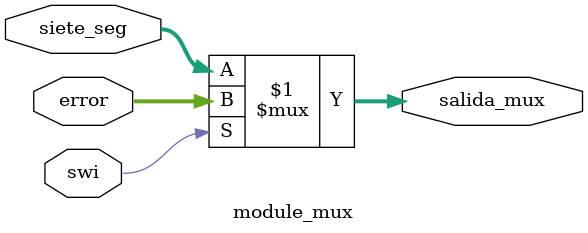
<source format=sv>
module module_mux(
    input logic [6:0] siete_seg,
    input logic [6:0] error,
    input logic swi,
    output logic [6:0] salida_mux
);

assign salida_mux = swi ? error : siete_seg; // Selección entre los dos inputs según el valor de swi
    
endmodule
</source>
